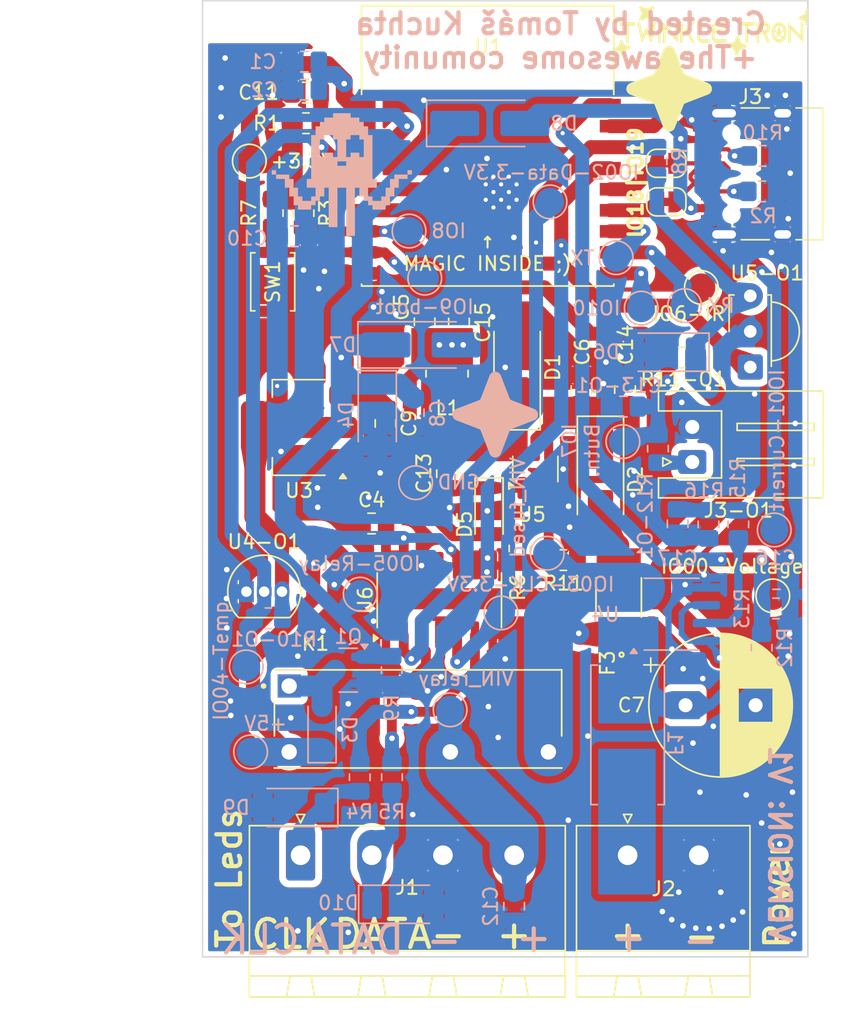
<source format=kicad_pcb>
(kicad_pcb (version 20240108) (generator "pcbnew") (generator_version "8.0")
  (title_block (date "2024-13-09") (company "Drawn by Tomáš Kuchta") (comment 4 "V1"))
  (layers (0 "F.Cu" signal) (31 "B.Cu" signal) (34 "B.Paste" user) (35 "F.Paste" user) (36 "B.SilkS" user "B.Silkscreen") (37 "F.SilkS" user "F.Silkscreen") (38 "B.Mask" user) (39 "F.Mask" user) (44 "Edge.Cuts" user))
  (net 0 "")
  (net 1 "GND")
  (net 2 "+3.3V")
  (net 3 "+5V")
  (net 4 "Net-(D5-A)")
  (net 5 "Net-(D2-K)")
  (net 6 "VIN_Fused")
  (net 7 "Net-(C7-Pad1)")
  (net 8 "VIN_relay")
  (net 9 "Net-(D3-A)")
  (net 10 "+VIN")
  (net 11 "Net-(J3-O1-Pin_1)")
  (net 12 "Net-(U1-EN)")
  (net 13 "Net-(D5-K)")
  (net 14 "Net-(D1-K)")
  (net 15 "IO00-Voltage")
  (net 16 "IO01-Current")
  (net 17 "Net-(R4-Pad1)")
  (net 18 "DATA-5V")
  (net 19 "CLK-5V")
  (net 20 "Net-(R5-Pad2)")
  (net 21 "Net-(D2-A)")
  (net 23 "Net-(USB1-A)")
  (net 24 "USB_5V")
  (net 25 "Net-(USB2-A)")
  (net 26 "Net-(J3-CC2)")
  (net 27 "Net-(J3-CC1)")
  (net 29 "IO18{slash}USB_D-")
  (net 30 "IO19{slash}USB_D+")
  (net 31 "IO05-Relay")
  (net 32 "IO8")
  (net 33 "Net-(U5-V_{FB})")
  (net 34 "IO9-boot")
  (net 35 "IO02-Data-3.3V")
  (net 36 "IO04-Temperature")
  (net 37 "Net-(U4-VIOUT)")
  (net 38 "RX")
  (net 39 "IO07-Button")
  (net 40 "IO10")
  (net 41 "IO03-CLK-3.3V")
  (net 42 "TX")
  (net 44 "IO6-IR")
  (footprint "Capacitor_SMD:C_0805_2012Metric_Pad1.18x1.45mm_HandSolder" (layer "F.Cu") (at 143 94.3875 90)
    (property "Reference" "C13")
    (property "Value" "100nF")
  )
  (footprint "Resistor_SMD:R_0805_2012Metric_Pad1.20x1.40mm_HandSolder" (layer "F.Cu") (at 132.93 69.39)
    (property "Reference" "R1")
    (property "Value" "10k")
  )
  (footprint "OptoDevice:Vishay_MINICAST-3Pin" (layer "F.Cu") (at 164.64 86.78 90)
    (property "Reference" "U5-O1")
    (property "Value" "TSOP38238")
  )
  (footprint "Capacitor_SMD:C_0805_2012Metric_Pad1.18x1.45mm_HandSolder" (layer "F.Cu") (at 138.61 90.8 -90)
    (property "Reference" "C9")
    (property "Value" "10uF")
  )
  (footprint "Capacitor_SMD:C_0805_2012Metric_Pad1.18x1.45mm_HandSolder" (layer "F.Cu") (at 152.6 88.3875 90)
    (property "Reference" "C6")
    (property "Value" "10uF")
  )
  (footprint "Resistor_SMD:R_0805_2012Metric_Pad1.20x1.40mm_HandSolder" (layer "F.Cu") (at 159.75 86.1 180)
    (property "Reference" "R11-O1")
    (property "Value" "10k")
  )
  (footprint "TestPoint:TestPoint_Pad_D2.0mm" (layer "F.Cu") (at 166.25 103.1)
    (property "Reference" "TP2")
    (property "Value" "IO00-Voltage")
  )
  (footprint "footprints:ESP32-C3-WROOM-02" (layer "F.Cu") (at 145.9 71)
    (property "Reference" "U1")
    (property "Value" "ESP32-C3-WROOM-02")
  )
  (footprint "Resistor_SMD:R_0805_2012Metric_Pad1.20x1.40mm_HandSolder" (layer "F.Cu") (at 151.3 100.55)
    (property "Reference" "R11")
    (property "Value" "10k")
  )
  (footprint "footprints:logo" (layer "F.Cu") (at 161.828307 62.677282)
    (property "Reference" "G***" (hide yes))
    (property "Value" "LOGO" (hide yes))
  )
  (footprint "footprints:RELAY_HF46F_005-HS1" (layer "F.Cu") (at 140.93 111.88)
    (property "Reference" "K1")
    (property "Value" "HF46F-G/5-HS1")
  )
  (footprint "Package_TO_SOT_SMD:SOT-223-3_TabPin2" (layer "F.Cu") (at 132.44 91.09 180)
    (property "Reference" "U3")
    (property "Value" "AMS1117-3.3")
  )
  (footprint "Capacitor_SMD:C_0805_2012Metric_Pad1.18x1.45mm_HandSolder" (layer "F.Cu") (at 155.7 88.3875 90)
    (property "Reference" "C14")
    (property "Value" "10uF")
  )
  (footprint "Resistor_SMD:R_0805_2012Metric_Pad1.20x1.40mm_HandSolder" (layer "F.Cu") (at 130.56 75.8 -90)
    (property "Reference" "R7")
    (property "Value" "10k")
  )
  (footprint "Package_TO_SOT_SMD:SOT-23-6_Handsoldering" (layer "F.Cu") (at 149.3 94.05 90)
    (property "Reference" "U5")
    (property "Value" "MCP16331T-E/CH")
  )
  (footprint "Connector_Phoenix_MSTB:PhoenixContact_MSTBA_2,5_4-G-5,08_1x04_P5.08mm_Horizontal" (layer "F.Cu") (at 132.5475 121.6)
    (property "Reference" "J1")
    (property "Value" "To leds")
  )
  (footprint "Package_TO_SOT_THT:TO-92_Inline" (layer "F.Cu") (at 128.68 102.8)
    (property "Reference" "U4-O1")
    (property "Value" "DS18B20")
  )
  (footprint "Jumper:SolderJumper-2_P1.3mm_Bridged_RoundedPad1.0x1.5mm" (layer "F.Cu") (at 158.64 72.25 180)
    (property "Reference" "USB2")
    (property "Value" "Jumper_2_Small_Bridged" (hide yes))
  )
  (footprint "Resistor_SMD:R_0805_2012Metric_Pad1.20x1.40mm_HandSolder" (layer "F.Cu") (at 148.17 99.72 -90)
    (property "Reference" "R6")
    (property "Value" "52.3k")
  )
  (footprint "Capacitor_SMD:C_0805_2012Metric_Pad1.18x1.45mm_HandSolder" (layer "F.Cu") (at 137.6125 97.94)
    (property "Reference" "C4")
    (property "Value" "100nF")
  )
  (footprint "Capacitor_SMD:C_0805_2012Metric_Pad1.18x1.45mm_HandSolder" (layer "F.Cu") (at 141.4 83.55 90)
    (property "Reference" "C5")
    (property "Value" "10uF")
  )
  (footprint "footprints:IND_VLS3012HBX-220M" (layer "F.Cu") (at 143 87.25 90)
    (property "Reference" "L1")
    (property "Value" "22 µH")
  )
  (footprint "TestPoint:TestPoint_Pad_D2.0mm" (layer "F.Cu") (at 128.89 72.09)
    (property "Reference" "TP16" (hide yes))
    (property "Value" "+3.3V")
  )
  (footprint "Resistor_SMD:R_0805_2012Metric_Pad1.20x1.40mm_HandSolder" (layer "F.Cu") (at 132.76 75.8 -90)
    (property "Reference" "R3")
    (property "Value" "10k")
  )
  (footprint "Connector_USB:USB_C_Receptacle_HRO_TYPE-C-31-M-12" (layer "F.Cu") (at 165.9 73 90)
    (property "Reference" "J3")
    (property "Value" "USB_C_Rec._16P")
  )
  (footprint "TestPoint:TestPoint_Pad_D2.0mm" (layer "F.Cu") (at 161.15 81.1 90)
    (property "Reference" "TP7" (hide yes))
    (property "Value" "IO6-IR")
  )
  (footprint "Package_SO:SOIC-14_3.9x8.7mm_P1.27mm" (layer "F.Cu") (at 142.45 103.415 90)
    (property "Reference" "U6")
    (property "Value" "SN74AHCT125DR")
  )
  (footprint "Connector_Phoenix_MSTB:PhoenixContact_MSTBA_2,5_2-G-5,08_1x02_P5.08mm_Horizontal" (layer "F.Cu") (at 155.8875 121.6)
    (property "Reference" "J2")
    (property "Value" "Power")
  )
  (footprint "Capacitor_THT:CP_Radial_D10.0mm_P5.00mm" (layer "F.Cu") (at 160.02 110.9)
    (property "Reference" "C7")
    (property "Value" "1000uF")
  )
  (footprint "Diode_SMD:D_SMA_Handsoldering" (layer "F.Cu") (at 148 86.75 90)
    (property "Reference" "D1")
    (property "Value" "SSA34")
  )
  (footprint "Diode_SMD:D_SMA_Handsoldering" (layer "F.Cu") (at 153.95 94.8 -90)
    (property "Reference" "D2")
    (property "Value" "SSA34")
  )
  (footprint "Diode_SMD:D_SOD-123" (layer "F.Cu") (at 146 97.05 -90)
    (property "Reference" "D5")
    (property "Value" "1N4148")
  )
  (footprint "Connector_JST:JST_XH_S2B-XH-A_1x02_P2.50mm_Horizontal" (layer "F.Cu") (at 160.5 93.55 90)
    (property "Reference" "J3-O1")
    (property "Value" "Button")
  )
  (footprint "Capacitor_SMD:C_0805_2012Metric_Pad1.18x1.45mm_HandSolder" (layer "F.Cu") (at 132.9475 67.2)
    (property "Reference" "C11")
    (property "Value" "0.22uF")
  )
  (footprint "footprints:FUSE_1812L200_12DR" (layer "F.Cu") (at 155.25 103.215 90)
    (property "Reference" "F3")
    (property "Value" "1812L050/60MR")
  )
  (footprint "Jumper:SolderJumper-2_P1.3mm_Bridged_RoundedPad1.0x1.5mm" (layer "F.Cu") (at 158.65 75 180)
    (property "Reference" "USB1")
    (property "Value" "Jumper_2_Small_Bridged" (hide yes))
  )
  (footprint "Button_Switch_SMD:SW_Push_SPST_NO_Alps_SKRK" (layer "F.Cu") (at 130.56 80.7 90)
    (property "Reference" "SW1")
    (property "Value" "SW_Push-boot")
  )
  (footprint "Capacitor_SMD:C_0805_2012Metric_Pad1.18x1.45mm_HandSolder" (layer "F.Cu") (at 143.85 83.5625 90)
    (property "Reference" "C15")
    (property "Value" "10uF")
  )
  (footprint "TestPoint:TestPoint_Pad_D2.0mm" (layer "B.Cu") (at 140.76 95.03 180)
    (property "Reference" "TP18" (hide yes))
    (property "Value" "GND")
  )
  (footprint "Capacitor_SMD:C_0805_2012Metric_Pad1.18x1.45mm_HandSolder" (layer "B.Cu") (at 159.4575 97.9625 -90)
    (property "Reference" "C17")
    (property "Value" "100nF")
  )
  (footprint "Diode_SMD:D_SOD-128" (layer "B.Cu") (at 138.02 90.2 -90)
    (property "Reference" "D4")
    (property "Value" "PDZVTR5.1B")
  )
  (footprint "Diode_SMD:D_SOD-128" (layer "B.Cu") (at 132.05 118.2 180)
    (property "Reference" "D9")
    (property "Value" "PDZVTR5.1B")
  )
  (footprint "TestPoint:TestPoint_Pad_D2.0mm" (layer "B.Cu") (at 146.850707 104.319293 180)
    (property "Reference" "TP13" (hide yes))
    (property "Value" "IO03-CLK-3.3V")
  )
  (footprint "TestPoint:TestPoint_Pad_D2.0mm" (layer "B.Cu") (at 166.35 98.4 180)
    (property "Reference" "TP1" (hide yes))
    (property "Value" "IO01-Current")
  )
  (footprint "Diode_SMD:D_SMA_Handsoldering" (layer "B.Cu") (at 141.15 85.2)
    (property "Reference" "D7")
    (property "Value" "SSA34")
  )
  (footprint "Resistor_SMD:R_0805_2012Metric_Pad1.20x1.40mm_HandSolder" (layer "B.Cu") (at 165.45 106.8 90)
    (property "Reference" "R12")
    (property "Value" "220k" (hide yes))
  )
  (footprint "Resistor_SMD:R_0805_2012Metric_Pad1.20x1.40mm_HandSolder" (layer "B.Cu") (at 163.7875 98 90)
    (property "Reference" "R15")
    (property "Value" "51k")
  )
  (footprint "TestPoint:TestPoint_Pad_D2.0mm" (layer "B.Cu") (at 155.55 92.1 -90)
    (property "Reference" "TP5" (hide yes))
    (property "Value" "IO07-Button" (hide yes))
  )
  (footprint "Diode_SMD:D_SOD-128" (layer "B.Cu") (at 158.5375 85.72 180)
    (property "Reference" "D6")
    (property "Value" "PDZVTR5.1B")
  )
  (footprint "Diode_SMD:D_SOD-123" (layer "B.Cu") (at 134.08 112.64 90)
    (property "Reference" "D3")
    (property "Value" "1N4148")
  )
  (footprint "Capacitor_SMD:C_0805_2012Metric_Pad1.18x1.45mm_HandSolder" (layer "B.Cu") (at 132.8125 65)
    (property "Reference" "C1")
    (property "Value" "100nF")
  )
  (footprint "Resistor_SMD:R_0805_2012Metric_Pad1.20x1.40mm_HandSolder" (layer "B.Cu") (at 157.95 72.1 90)
    (property "Reference" "R8")
    (property "Value" "10k")
  )
  (footprint "TestPoint:TestPoint_Pad_D2.0mm" (layer "B.Cu") (at 143.22 111.23 180)
    (property "Reference" "TP20")
    (property "Value" "VIN_relay")
  )
  (footprint "Package_SO:SOIC-8_3.9x4.9mm_P1.27mm" (layer "B.Cu") (at 159.025 104.405)
    (property "Reference" "U4")
    (property "Value" "ACS722xLCTR-10AB")
  )
  (footprint "Resistor_SMD:R_0805_2012Metric_Pad1.20x1.40mm_HandSolder" (layer "B.Cu") (at 130.25 104.7 180)
    (property "Reference" "R10-O1")
    (property "Value" "4.7k")
  )
  (footprint "Resistor_SMD:R_0805_2012Metric_Pad1.20x1.40mm_HandSolder" (layer "B.Cu") (at 161.6575 98 -90)
    (property "Reference" "R16")
    (property "Value" "39k")
  )
  (footprint "TestPoint:TestPoint_Pad_D2.0mm" (layer "B.Cu") (at 155.07 78.98 180)
    (property "Reference" "TP15")
    (property "Value" "TX")
  )
  (footprint "Capacitor_SMD:C_0805_2012Metric_Pad1.18x1.45mm_HandSolder" (layer "B.Cu") (at 166.5125 101.9)
    (property "Reference" "C16")
    (property "Value" "100nF")
  )
  (footprint "Resistor_SMD:R_0805_2012Metric_Pad1.20x1.40mm_HandSolder" (layer "B.Cu") (at 166.475 104)
    (property "Reference" "R13")
    (property "Value" "10k")
  )
  (footprint "TestPoint:TestPoint_Pad_D2.0mm" (layer "B.Cu") (at 141.41 80.44 180)
    (property "Reference" "TP9" (hide yes))
    (property "Value" "IO9-boot")
  )
  (footprint "footprints:akemi" (layer "B.Cu") (at 135.49 73.05 180)
    (property "Reference" "G***" (hide yes))
    (property "Value" "LOGO" (hide yes))
  )
  (footprint "Package_TO_SOT_SMD:SOT-23" (layer "B.Cu") (at 135.95 108.4 180)
    (property "Reference" "Q1")
    (property "Value" "2N7002")
  )
  (footprint "Capacitor_SMD:C_0805_2012Metric_Pad1.18x1.45mm_HandSolder" (layer "B.Cu") (at 140.62 90.0375 -90)
    (property "Reference" "C8")
    (property "Value" "100nF" (hide yes))
  )
  (footprint "Resistor_SMD:R_0805_2012Metric_Pad1.20x1.40mm_HandSolder" (layer "B.Cu") (at 139.07 116.03 90)
    (property "Reference" "R5")
    (property "Value" "100R")
  )
  (footprint "Fuse:Fuseholder_Littelfuse_Nano2_154x" (layer "B.Cu") (at 155.8875 113.015 90)
    (property "Reference" "F1")
    (property "Value" "10A")
  )
  (footprint "Resistor_SMD:R_0805_2012Metric_Pad1.20x1.40mm_HandSolder" (layer "B.Cu") (at 158.05 92.6 -90)
    (property "Reference" "R12-O1")
    (property "Value" "1k")
  )
  (footprint "Resistor_SMD:R_0805_2012Metric_Pad1.20x1.40mm_HandSolder" (layer "B.Cu") (at 165.49 74.25 180)
    (property "Reference" "R2")
    (property "Value" "5k1")
  )
  (footprint "TestPoint:TestPoint_Pad_D2.0mm" (layer "B.Cu") (at 150.15 100.06 180)
    (property "Reference" "TP19" (hide yes))
    (property "Value" "VIN_fused")
  )
  (footprint "Capacitor_SMD:C_0805_2012Metric_Pad1.18x1.45mm_HandSolder" (layer "B.Cu") (at 132.1025 77.45)
    (property "Reference" "C10")
    (property "Value" "10uF")
  )
  (footprint "TestPoint:TestPoint_Pad_D2.0mm" (layer "B.Cu") (at 150.35 75 180)
    (property "Reference" "TP3" (hide yes))
    (property "Value" "IO02-Data-3.3V")
  )
  (footprint "Resistor_SMD:R_0805_2012Metric_Pad1.20x1.40mm_HandSolder" (layer "B.Cu") (at 139.05 108.4 -90)
    (property "Reference" "R9")
    (property "Value" "10k")
  )
  (footprint "Capacitor_SMD:C_0805_2012Metric_Pad1.18x1.45mm_HandSolder" (layer "B.Cu") (at 147.7875 125.2375 -90)
    (property "Reference" "C12")
    (property "Value" "100nF")
  )
  (footprint "Resistor_SMD:R_0805_2012Metric_Pad1.20x1.40mm_HandSolder" (layer "B.Cu") (at 165.53 71.72 180)
    (property "Reference" "R10")
    (property "Value" "5k1")
  )
  (footprint "TestPoint:TestPoint_Pad_D2.0mm" (layer "B.Cu") (at 159.95 82.4 180)
    (property "Reference" "TP6")
    (property "Value" "RX")
  )
  (footprint "TestPoint:TestPoint_Pad_D2.0mm" (layer "B.Cu") (at 128.98 114.23 180)
    (property "Reference" "TP17" (hide yes))
    (property "Value" "+5V")
  )
  (footprint "TestPoint:TestPoint_Pad_D2.0mm" (layer "B.Cu") (at 136.8 102.98 180)
    (property "Reference" "TP14" (hide yes))
    (property "Value" "IO05-Relay")
  )
  (footprint "Diode_SMD:D_SMA_Handsoldering" (layer "B.Cu") (at 146.05 69.4)
    (property "Reference" "D8")
    (property "Value" "SSA34")
  )
  (footprint "TestPoint:TestPoint_Pad_D2.0mm" (layer "B.Cu") (at 140.29 77.08 180)
    (property "Reference" "TP8" (hide yes))
    (property "Value" "IO8")
  )
  (footprint "Resistor_SMD:R_0805_2012Metric_Pad1.20x1.40mm_HandSolder" (layer "B.Cu") (at 136.77 116.04 -90)
    (property "Reference" "R4")
    (property "Value" "100R")
  )
  (footprint "Capacitor_SMD:C_0805_2012Metric_Pad1.18x1.45mm_HandSolder" (layer "B.Cu") (at 155.5875 89.6 180)
    (property "Reference" "C13-O1")
    (property "Value" "100nF")
  )
  (footprint "Diode_SMD:D_SOD-128" (layer "B.Cu") (at 139.85 125.1)
    (property "Reference" "D10")
    (property "Value" "PDZVTR5.1B")
  )
  (footprint "TestPoint:TestPoint_Pad_D2.0mm" (layer "B.Cu") (at 156.86 82.58 180)
    (property "Reference" "TP10")
    (property "Value" "IO10")
  )
  (footprint "TestPoint:TestPoint_Pad_D2.0mm" (layer "B.Cu") (at 128.67 108.17 180)
    (property "Reference" "TP4" (hide yes))
    (property "Value" "IO04-Temperature")
  )
  (footprint "Capacitor_SMD:C_0805_2012Metric_Pad1.18x1.45mm_HandSolder" (layer "B.Cu") (at 132.8125 67)
    (property "Reference" "C2")
    (property "Value" "10uF")
  )
  (gr_rect (start 144.7 99.96) (end 146.45 101.82) (stroke (width 0.2)) (fill solid) (layer "F.Cu") (net 1))
  (gr_rect (start 141.25 87.8) (end 148.65 93.4) (stroke (width 0.2)) (fill solid) (layer "F.Cu") (net 14))
  (gr_rect (start 149.95 89) (end 156.65 91.1) (stroke (width 0.2)) (fill solid) (layer "F.Cu") (net 5))
  (gr_rect (start 160.65 68) (end 162.45 69.9) (stroke (width 0.2)) (fill solid) (layer "F.Cu") (net 1))
  (gr_rect (start 138.45 99.96) (end 140.2 101.82) (stroke (width 0.2)) (fill solid) (layer "F.Cu") (net 3))
  (gr_rect (start 140.55 84.1) (end 144.75 86.7) (stroke (width 0.2)) (fill solid) (layer "F.Cu") (net 4))
  (gr_rect (start 145.35 72.8) (end 148.25 75.8) (stroke (width 0.2)) (fill solid) (layer "F.Cu") (net 1))
  (gr_rect (start 153.8875 114.1) (end 157.7875 124.3) (stroke (width 0.2)) (fill solid) (layer "B.Cu") (net 10))
  (gr_rect (start 145.15 72.8) (end 148.25 76) (stroke (width 0.2)) (fill solid) (layer "B.Cu") (net 1))
  (gr_poly (pts (xy 131.06 98.16) (xy 133.38 100.49) (xy 135.52 98.57) (xy 133.61 98.21)) (stroke (width 0.2)) (fill solid) (layer "B.Cu") (net 3))
  (gr_rect (start 153.8875 104.7) (end 157.9875 112.1) (stroke (width 0.2)) (fill solid) (layer "B.Cu") (net 7))
  (gr_poly (pts (xy 146.417002 87.116564) (xy 146.38078 87.119846) (xy 146.345256 87.126084) (xy 146.31058 87.135174) (xy 146.276914 87.147024) (xy 146.244414 87.161538) (xy 146.213244 87.178616) (xy 146.183566 87.19817) (xy 146.15553 87.220094) (xy 146.129304 87.244304) (xy 146.10504 87.270696) (xy 146.082906 87.299174) (xy 146.063056 87.329646) (xy 146.04565 87.362012) (xy 146.03791 87.378876) (xy 146.030844 87.39618) (xy 145.407648 89.016098) (xy 145.40322 89.026776) (xy 145.398262 89.037156) (xy 145.392784 89.047218) (xy 145.386804 89.056944) (xy 145.380346 89.066324) (xy 145.373416 89.075334) (xy 145.366038 89.083962) (xy 145.35823 89.092188) (xy 145.35 89.1) (xy 145.341376 89.107376) (xy 145.332364 89.1143) (xy 145.322988 89.120762) (xy 145.31326 89.126742) (xy 145.303198 89.13222) (xy 145.29282 89.137182) (xy 145.28214 89.14161) (xy 143.662222 89.764802) (xy 143.646594 89.771172) (xy 143.631318 89.77809) (xy 143.616396 89.78555) (xy 143.601838 89.793536) (xy 143.587656 89.802036) (xy 143.57386 89.81103) (xy 143.560458 89.820506) (xy 143.547462 89.830452) (xy 143.53488 89.84085) (xy 143.522722 89.851686) (xy 143.511 89.862948) (xy 143.49972 89.874618) (xy 143.488896 89.886686) (xy 143.478534 89.899136) (xy 143.468652 89.911956) (xy 143.459248 89.925126) (xy 143.450338 89.938634) (xy 143.441932 89.952468) (xy 143.434042 89.966612) (xy 143.42667 89.981054) (xy 143.419836 89.995776) (xy 143.413542 90.010764) (xy 143.4078 90.026004) (xy 143.402622 90.041484) (xy 143.398014 90.057186) (xy 143.393988 90.073098) (xy 143.390556 90.089204) (xy 143.38773 90.105494) (xy 143.38551 90.12195) (xy 143.383914 90.138554) (xy 143.382948 90.1553) (xy 143.382624 90.17217) (xy 143.383914 90.205778) (xy 143.38773 90.23884) (xy 143.393988 90.271234) (xy 143.402622 90.302848) (xy 143.413542 90.333568) (xy 143.42667 90.363278) (xy 143.441932 90.391864) (xy 143.459248 90.419206) (xy 143.478534 90.445196) (xy 143.49972 90.469714) (xy 143.522722 90.49265) (xy 143.547462 90.51388) (xy 143.57386 90.533302) (xy 143.601838 90.550796) (xy 143.631318 90.566242) (xy 143.662222 90.579532) (xy 145.28214 91.202722) (xy 145.29282 91.20715) (xy 145.303198 91.212116) (xy 145.31326 91.217594) (xy 145.322986 91.22357) (xy 145.332364 91.230032) (xy 145.341376 91.236958) (xy 145.35 91.244336) (xy 145.35823 91.252148) (xy 145.366038 91.260374) (xy 145.373416 91.269002) (xy 145.380342 91.27801) (xy 145.386804 91.287388) (xy 145.392784 91.297118) (xy 145.398262 91.307176) (xy 145.40322 91.317556) (xy 145.407648 91.328236) (xy 146.030844 92.948156) (xy 146.037202 92.963792) (xy 146.044114 92.979082) (xy 146.051566 92.99402) (xy 146.059546 93.008588) (xy 146.068036 93.022786) (xy 146.07702 93.036592) (xy 146.086492 93.050006) (xy 146.096434 93.06302) (xy 146.106822 93.07561) (xy 146.117658 93.087782) (xy 146.128918 93.09952) (xy 146.14059 93.11081) (xy 146.152654 93.121646) (xy 146.165106 93.13202) (xy 146.177922 93.14192) (xy 146.191092 93.151334) (xy 146.204602 93.160252) (xy 146.21844 93.16867) (xy 146.232582 93.176576) (xy 146.247028 93.183952) (xy 146.261752 93.190802) (xy 146.27674 93.197108) (xy 146.291986 93.202856) (xy 146.307472 93.208042) (xy 146.32318 93.21266) (xy 146.339098 93.216694) (xy 146.35521 93.220132) (xy 146.371504 93.22297) (xy 146.387968 93.225196) (xy 146.404582 93.226802) (xy 146.421334 93.22777) (xy 146.438208 93.2281) (xy 146.471834 93.226802) (xy 146.50491 93.22297) (xy 146.537318 93.216694) (xy 146.568944 93.208042) (xy 146.59967 93.197108) (xy 146.629388 93.183952) (xy 146.657976 93.16867) (xy 146.685324 93.151334) (xy 146.71131 93.13202) (xy 146.735826 93.11081) (xy 146.758754 93.087782) (xy 146.779982 93.06302) (xy 146.799396 93.036592) (xy 146.81687 93.008588) (xy 146.832302 92.979082) (xy 146.845572 92.948156) (xy 147.468764 91.328236) (xy 147.473196 91.317556) (xy 147.478154 91.307176) (xy 147.483632 91.297118) (xy 147.489612 91.287388) (xy 147.49607 91.27801) (xy 147.503 91.269002) (xy 147.510378 91.260374) (xy 147.518186 91.252148) (xy 147.526416 91.244336) (xy 147.53504 91.236958) (xy 147.544052 91.230032) (xy 147.55343 91.22357) (xy 147.563156 91.217594) (xy 147.573218 91.212116) (xy 147.583596 91.20715) (xy 147.594276 91.202722) (xy 149.214194 90.579532) (xy 149.229822 90.573164) (xy 149.245098 90.566242) (xy 149.26002 90.558782) (xy 149.274578 90.550796) (xy 149.28876 90.542296) (xy 149.302556 90.533302) (xy 149.315958 90.523828) (xy 149.328954 90.51388) (xy 149.341536 90.503486) (xy 149.353694 90.49265) (xy 149.365416 90.481384) (xy 149.376696 90.469714) (xy 149.38752 90.457646) (xy 149.397882 90.445196) (xy 149.407764 90.432376) (xy 149.417168 90.419206) (xy 149.426078 90.405698) (xy 149.434484 90.391864) (xy 149.442374 90.37772) (xy 149.449746 90.363278) (xy 149.45658 90.348556) (xy 149.462874 90.333568) (xy 149.468616 90.318328) (xy 149.473794 90.302848) (xy 149.478402 90.287146) (xy 149.482428 90.271234) (xy 149.48586 90.255128) (xy 149.488686 90.23884) (xy 149.490906 90.222386) (xy 149.492502 90.205778) (xy 149.493468 90.189032) (xy 149.493792 90.17217) (xy 149.492502 90.138554) (xy 149.488686 90.105494) (xy 149.482428 90.073098) (xy 149.473794 90.041484) (xy 149.462874 90.010764) (xy 149.449746 89.981054) (xy 149.434484 89.952468) (xy 149.417168 89.925126) (xy 149.397882 89.899136) (xy 149.376696 89.874618) (xy 149.353694 89.851686) (xy 149.328954 89.830452) (xy 149.302556 89.81103) (xy 149.274578 89.793536) (xy 149.245098 89.77809) (xy 149.214194 89.764802) (xy 147.594276 89.14161) (xy 147.583596 89.137182) (xy 147.573218 89.13222) (xy 147.563156 89.126742) (xy 147.553428 89.120762) (xy 147.544052 89.1143) (xy 147.53504 89.107376) (xy 147.526416 89.1) (xy 147.518186 89.092188) (xy 147.510378 89.083962) (xy 147.502998 89.075334) (xy 147.49607 89.066324) (xy 147.489608 89.056944) (xy 147.483632 89.047218) (xy 147.478154 89.037156) (xy 147.473192 89.026776) (xy 147.468764 89.016098) (xy 146.850212 87.407636) (xy 146.838492 87.37911) (xy 146.82497 87.35168) (xy 146.809716 87.325416) (xy 146.792816 87.300378) (xy 146.774354 87.276636) (xy 146.754404 87.254246) (xy 146.73305 87.233282) (xy 146.71037 87.213806) (xy 146.686446 87.195878) (xy 146.661356 87.179568) (xy 146.635184 87.164936) (xy 146.608004 87.152048) (xy 146.579904 87.140972) (xy 146.55096 87.131768) (xy 146.521254 87.124496) (xy 146.490864 87.119234) (xy 146.47227 87.117384) (xy 146.453742 87.116328)) (fill solid) (layer "B.SilkS"))
  (gr_poly (pts (xy 158.870646 63.880466) (xy 158.906868 63.883748) (xy 158.942392 63.889986) (xy 158.977068 63.899076) (xy 159.010734 63.910926) (xy 159.043234 63.92544) (xy 159.074404 63.942518) (xy 159.104082 63.962072) (xy 159.132118 63.983996) (xy 159.158344 64.008206) (xy 159.182608 64.034598) (xy 159.204742 64.063076) (xy 159.224592 64.093548) (xy 159.241998 64.125914) (xy 159.249738 64.142778) (xy 159.256804 64.160082) (xy 159.88 65.78) (xy 159.884428 65.790678) (xy 159.889386 65.801058) (xy 159.894864 65.81112) (xy 159.900844 65.820846) (xy 159.907302 65.830226) (xy 159.914232 65.839236) (xy 159.92161 65.847864) (xy 159.929418 65.85609) (xy 159.937648 65.863902) (xy 159.946272 65.871278) (xy 159.955284 65.878202) (xy 159.96466 65.884664) (xy 159.974388 65.890644) (xy 159.98445 65.896122) (xy 159.994828 65.901084) (xy 160.005508 65.905512) (xy 161.625426 66.528704) (xy 161.641054 66.535074) (xy 161.65633 66.541992) (xy 161.671252 66.549452) (xy 161.68581 66.557438) (xy 161.699992 66.565938) (xy 161.713788 66.574932) (xy 161.72719 66.584408) (xy 161.740186 66.594354) (xy 161.752768 66.604752) (xy 161.764926 66.615588) (xy 161.776648 66.62685) (xy 161.787928 66.63852) (xy 161.798752 66.650588) (xy 161.809114 66.663038) (xy 161.818996 66.675858) (xy 161.8284 66.689028) (xy 161.83731 66.702536) (xy 161.845716 66.71637) (xy 161.853606 66.730514) (xy 161.860978 66.744956) (xy 161.867812 66.759678) (xy 161.874106 66.774666) (xy 161.879848 66.789906) (xy 161.885026 66.805386) (xy 161.889634 66.821088) (xy 161.89366 66.837) (xy 161.897092 66.853106) (xy 161.899918 66.869396) (xy 161.902138 66.885852) (xy 161.903734 66.902456) (xy 161.9047 66.919202) (xy 161.905024 66.936072) (xy 161.903734 66.96968) (xy 161.899918 67.002742) (xy 161.89366 67.035136) (xy 161.885026 67.06675) (xy 161.874106 67.09747) (xy 161.860978 67.12718) (xy 161.845716 67.155766) (xy 161.8284 67.183108) (xy 161.809114 67.209098) (xy 161.787928 67.233616) (xy 161.764926 67.256552) (xy 161.740186 67.277782) (xy 161.713788 67.297204) (xy 161.68581 67.314698) (xy 161.65633 67.330144) (xy 161.625426 67.343434) (xy 160.005508 67.966624) (xy 159.994828 67.971052) (xy 159.98445 67.976018) (xy 159.974388 67.981496) (xy 159.964662 67.987472) (xy 159.955284 67.993934) (xy 159.946272 68.00086) (xy 159.937648 68.008238) (xy 159.929418 68.01605) (xy 159.92161 68.024276) (xy 159.914232 68.032904) (xy 159.907306 68.041912) (xy 159.900844 68.05129) (xy 159.894864 68.06102) (xy 159.889386 68.071078) (xy 159.884428 68.081458) (xy 159.88 68.092138) (xy 159.256804 69.712058) (xy 159.250446 69.727694) (xy 159.243534 69.742984) (xy 159.236082 69.757922) (xy 159.228102 69.77249) (xy 159.219612 69.786688) (xy 159.210628 69.800494) (xy 159.201156 69.813908) (xy 159.191214 69.826922) (xy 159.180826 69.839512) (xy 159.16999 69.851684) (xy 159.15873 69.863422) (xy 159.147058 69.874712) (xy 159.134994 69.885548) (xy 159.122542 69.895922) (xy 159.109726 69.905822) (xy 159.096556 69.915236) (xy 159.083046 69.924154) (xy 159.069208 69.932572) (xy 159.055066 69.940478) (xy 159.04062 69.947854) (xy 159.025896 69.954704) (xy 159.010908 69.96101) (xy 158.995662 69.966758) (xy 158.980176 69.971944) (xy 158.964468 69.976562) (xy 158.94855 69.980596) (xy 158.932438 69.984034) (xy 158.916144 69.986872) (xy 158.89968 69.989098) (xy 158.883066 69.990704) (xy 158.866314 69.991672) (xy 158.84944 69.992002) (xy 158.815814 69.990704) (xy 158.782738 69.986872) (xy 158.75033 69.980596) (xy 158.718704 69.971944) (xy 158.687978 69.96101) (xy 158.65826 69.947854) (xy 158.629672 69.932572) (xy 158.602324 69.915236) (xy 158.576338 69.895922) (xy 158.551822 69.874712) (xy 158.528894 69.851684) (xy 158.507666 69.826922) (xy 158.488252 69.800494) (xy 158.470778 69.77249) (xy 158.455346 69.742984) (xy 158.442076 69.712058) (xy 157.818884 68.092138) (xy 157.814452 68.081458) (xy 157.809494 68.071078) (xy 157.804016 68.06102) (xy 157.798036 68.05129) (xy 157.791578 68.041912) (xy 157.784648 68.032904) (xy 157.77727 68.024276) (xy 157.769462 68.01605) (xy 157.761232 68.008238) (xy 157.752608 68.00086) (xy 157.743596 67.993934) (xy 157.734218 67.987472) (xy 157.724492 67.981496) (xy 157.71443 67.976018) (xy 157.704052 67.971052) (xy 157.693372 67.966624) (xy 156.073454 67.343434) (xy 156.057826 67.337066) (xy 156.04255 67.330144) (xy 156.027628 67.322684) (xy 156.01307 67.314698) (xy 155.998888 67.306198) (xy 155.985092 67.297204) (xy 155.97169 67.28773) (xy 155.958694 67.277782) (xy 155.946112 67.267388) (xy 155.933954 67.256552) (xy 155.922232 67.245286) (xy 155.910952 67.233616) (xy 155.900128 67.221548) (xy 155.889766 67.209098) (xy 155.879884 67.196278) (xy 155.87048 67.183108) (xy 155.86157 67.1696) (xy 155.853164 67.155766) (xy 155.845274 67.141622) (xy 155.837902 67.12718) (xy 155.831068 67.112458) (xy 155.824774 67.09747) (xy 155.819032 67.08223) (xy 155.813854 67.06675) (xy 155.809246 67.051048) (xy 155.80522 67.035136) (xy 155.801788 67.01903) (xy 155.798962 67.002742) (xy 155.796742 66.986288) (xy 155.795146 66.96968) (xy 155.79418 66.952934) (xy 155.793856 66.936072) (xy 155.795146 66.902456) (xy 155.798962 66.869396) (xy 155.80522 66.837) (xy 155.813854 66.805386) (xy 155.824774 66.774666) (xy 155.837902 66.744956) (xy 155.853164 66.71637) (xy 155.87048 66.689028) (xy 155.889766 66.663038) (xy 155.910952 66.63852) (xy 155.933954 66.615588) (xy 155.958694 66.594354) (xy 155.985092 66.574932) (xy 156.01307 66.557438) (xy 156.04255 66.541992) (xy 156.073454 66.528704) (xy 157.693372 65.905512) (xy 157.704052 65.901084) (xy 157.71443 65.896122) (xy 157.724492 65.890644) (xy 157.73422 65.884664) (xy 157.743596 65.878202) (xy 157.752608 65.871278) (xy 157.761232 65.863902) (xy 157.769462 65.85609) (xy 157.77727 65.847864) (xy 157.78465 65.839236) (xy 157.791578 65.830226) (xy 157.79804 65.820846) (xy 157.804016 65.81112) (xy 157.809494 65.801058) (xy 157.814456 65.790678) (xy 157.818884 65.78) (xy 158.437436 64.171538) (xy 158.449156 64.143012) (xy 158.462678 64.115582) (xy 158.477932 64.089318) (xy 158.494832 64.06428) (xy 158.513294 64.040538) (xy 158.533244 64.018148) (xy 158.554598 63.997184) (xy 158.577278 63.977708) (xy 158.601202 63.95978) (xy 158.626292 63.94347) (xy 158.652464 63.928838) (xy 158.679644 63.91595) (xy 158.707744 63.904874) (xy 158.736688 63.89567) (xy 158.766394 63.888398) (xy 158.796784 63.883136) (xy 158.815378 63.881286) (xy 158.833906 63.88023)) (fill solid) (layer "F.SilkS"))
  (gr_rect (start 125.55 60.65) (end 168.75 128.85) (stroke (width 0.1)) (fill none) (layer "Edge.Cuts"))
  (gr_text "+" (at 154.55 128.6 0) (layer "B.SilkS") (effects (font (size 2 2) (thickness 0.3) (bold yes)) (justify left bottom)))
  (gr_text "+" (at 147.75 128.6 0) (layer "B.SilkS") (effects (font (size 2 2) (thickness 0.3) (bold yes)) (justify left bottom)))
  (gr_text "IO04-Temp." (at 127.45 112.1 90) (layer "B.SilkS") (effects (font (size 1 1)) (justify left bottom)))
  (gr_text "CLK" (at 126.65 128.8 0) (layer "B.SilkS") (effects (font (size 2 2) (thickness 0.3) (bold yes)) (justify right bottom mirror)))
  (gr_text "-" (at 159.65 128.8 0) (layer "B.SilkS") (effects (font (size 2 2) (thickness 0.3) (bold yes)) (justify left bottom)))
  (gr_text "DATA" (at 132.75 128.8 0) (layer "B.SilkS") (effects (font (size 2 2) (thickness 0.3) (bold yes)) (justify right bottom mirror)))
  (gr_text "Created by Tomáš Kuchta\n+The awesome comunity" (at 151.1 63.5 0) (layer "B.SilkS") (effects (font (size 1.5 1.5) (thickness 0.3)) (justify mirror)))
  (gr_text "IO7\nButn." (at 153.95 90.7 90) (layer "B.SilkS") (effects (font (size 1 1)) (justify left bottom mirror)))
  (gr_text "VERSION: V1" (at 165.85 128 -90) (layer "B.SilkS") (effects (font (size 1.5 1.5) (thickness 0.3) (bold yes)) (justify left bottom mirror)))
  (gr_text "-" (at 141.35 128.8 0) (layer "B.SilkS") (effects (font (size 2 2) (thickness 0.3) (bold yes)) (justify left bottom)))
  (gr_text "+" (at 154.45 128.4 0) (layer "F.SilkS") (effects (font (size 2 2) (thickness 0.3) (bold yes)) (justify left bottom)))
  (gr_text "-" (at 141.65 128.4 0) (layer "F.SilkS") (effects (font (size 2 2) (thickness 0.3) (bold yes)) (justify left bottom)))
  (gr_text "↑\nMAGIC INSIDE ;)" (at 145.89 78.6 0) (layer "F.SilkS") (effects (font (size 1 1))))
  (gr_text "Power" (at 167.55 128.4 90) (layer "F.SilkS") (effects (font (size 1.7 1.7) (thickness 0.3) (bold yes)) (justify left bottom)))
  (gr_text "-" (at 159.75 128.5 0) (layer "F.SilkS") (effects (font (size 2 2) (thickness 0.3) (bold yes)) (justify left bottom)))
  (gr_text "DATA" (at 134.75 128.4 0) (layer "F.SilkS") (effects (font (size 2 2) (thickness 0.3) (bold yes)) (justify left bottom)))
  (gr_text "IO18|IO19" (at 157.05 77.7 90) (layer "F.SilkS") (effects (font (size 1 1) (thickness 0.25) (bold yes)) (justify left bottom)))
  (gr_text "CLK" (at 128.85 128.4 0) (layer "F.SilkS") (effects (font (size 2 2) (thickness 0.3) (bold yes)) (justify left bottom)))
  (gr_text "+" (at 146.35 128.4 0) (layer "F.SilkS") (effects (font (size 2 2) (thickness 0.3) (bold yes)) (justify left bottom)))
  (gr_text "To Leds" (at 128.45 128.4 90) (layer "F.SilkS") (effects (font (size 1.7 1.7) (thickness 0.3) (bold yes)) (justify left bottom)))
  (segment (start 161.855 76.405) (end 162.77 77.32) (width 0.5) (layer "F.Cu") (net 1))
  (segment (start 151.75 99.1) (end 151.75 98.5) (width 1) (layer "F.Cu") (net 1))
  (segment (start 161.855 69.75) (end 161.855 69.595) (width 0.5) (layer "F.Cu") (net 1))
  (segment (start 137.0575 93.39) (end 138.61 91.8375) (width 1.5) (layer "F.Cu") (net 1))
  (segment (start 152.3 100.55) (end 152.3 99.65) (width 1) (layer "F.Cu") (net 1))
  (segment (start 161.855 69.595) (end 162.77 68.68) (width 0.5) (layer "F.Cu") (net 1))
  (segment (start 148.71 97.27) (end 149.3 96.68) (width 0.4) (layer "F.Cu") (net 1))
  (segment (start 151.75 98.5) (end 151.75 98.2) (width 1) (layer "F.Cu") (net 1))
  (segment (start 161.855 76.25) (end 161.855 76.405) (width 0.5) (layer "F.Cu") (net 1))
  (segment (start 135.59 93.39) (end 137.0575 93.39) (width 1.5) (layer "F.Cu") (net 1))
  (segment (start 149.3 96.68) (end 149.3 95.4) (width 0.4) (layer "F.Cu") (net 1))
  (segment (start 152.3 99.65) (end 151.75 99.1) (width 1) (layer "F.Cu") (net 1))
  (via (at 147.77 77.53) (size 0.8) (drill 0.4) (layers "F.Cu" "B.Cu") (net 1))
  (via (at 151.65 119.1) (size 0.8) (drill 0.4) (layers "F.Cu" "B.Cu") (net 1))
  (via (at 145.85 71.9) (size 0.8) (drill 0.4) (layers "F.Cu" "B.Cu") (net 1))
  (via (at 154.34 86.43) (size 0.8) (drill 0.4) (layers "F.Cu" "B.Cu") (net 1))
  (via (at 145.85 101.4) (size 0.8) (drill 0.4) (layers "F.Cu" "B.Cu") (net 1))
  (via (at 162.7 78.49) (size 0.8) (drill 0.4) (layers "F.Cu" "B.Cu") (net 1))
  (via (at 134.95 102.3) (size 0.8) (drill 0.4) (layers "F.Cu" "B.Cu") (net 1))
  (via (at 161.25 109) (size 0.8) (drill 0.4) (layers "F.Cu" "B.Cu") (net 1))
  (via (at 135.95 127.1) (size 0.8) (drill 0.4) (layers "F.Cu" "B.Cu") (net 1))
  (via (at 141.61 109.88) (size 0.8) (drill 0.4) (layers "F.Cu" "B.Cu") (net 1))
  (via (at 167.49 72.95) (size 0.8) (drill 0.4) (layers "F.Cu" "B.Cu") (net 1))
  (via (at 162 112.4) (size 0.8) (drill 0.4) (layers "F.Cu" "B.Cu") (net 1))
  (via (at 132.35 107.4) (size 0.8) (drill 0.4) (layers "F.Cu" "B.Cu") (net 1))
  (via (at 133.77 96.78) (size 0.8) (drill 0.4) (layers "F.Cu" "B.Cu") (net 1))
  (via (at 133.85 81.19) (size 0.8) (drill 0.4) (layers "F.Cu" "B.Cu") (net 1))
  (via (at 146.25 83.2) (size 0.8) (drill 0.4) (layers "F.Cu" "B.Cu") (net 1))
  (via (at 155.4 86.06) (size 0.8) (drill 0.4) (layers "F.Cu" "B.Cu") (net 1))
  (via (at 159.05 106.9) (size 0.8) (drill 0.4) (layers "F.Cu" "B.Cu") (net 1))
  (via (at 166.15 78.6) (size 0.8) (drill 0.4) (layers "F.Cu" "B.Cu") (net 1))
  (via (at 141.34 67.75) (size 0.8) (drill 0.4) (layers "F.Cu" "B.Cu") (net 1))
  (via (at 161.709646 126.83) (size 0.8) (drill 0.4) (layers "F.Cu" "B.Cu") (net 1))
  (via (at 138.23 94.33) (size 0.8) (drill 0.4) (layers "F.Cu" "B.Cu") (net 1))
  (via (at 126.87 66.86) (size 0.8) (drill 0.4) (layers "F.Cu" "B.Cu") (net 1))
  (via (at 160.55 113.6) (size 0.8) (drill 0.4) (layers "F.Cu" "B.Cu") (net 1))
  (via (at 167.85 90.8) (size 0.8) (drill 0.4) (layers "F.Cu" "B.Cu") (net 1))
  (via (at 162.624823 126.664607) (size 0.8) (drill 0.4) (layers "F.Cu" "B.Cu") (net 1))
  (via (at 167.35 76.2) (size 0.8) (drill 0.4) (layers "F.Cu" "B.Cu") (net 1))
  (via (at 167.75 93.8) (size 0.8) (drill 0.4) (layers "F.Cu" "B.Cu") (net 1))
  (via (at 138.35 81.4) (size 0.8) (drill 0.4) (layers "F.Cu" "B.Cu") (net 1))
  (via (at 164.95 88.7) (size 0.8) (drill 0.4) (layers "F.Cu" "B.Cu") (net 1))
  (via (at 154.16 87.96) (size 0.8) (drill 0.4) (layers "F.Cu" "B.Cu") (net 1))
  (via (at 145.95 111) (size 0.8) (drill 0.4) (layers "F.Cu" "B.Cu") (net 1))
  (via (at 167.35 107.4) (size 0.8) (drill 0.4) (layers "F.Cu" "B.Cu") (net 1))
  (via (at 164.094823 125.644607) (size 0.8) (drill 0.4) (layers "F.Cu" "B.Cu") (net 1))
  (via (at 127.26 103.29) (size 0.8) (drill 0.4) (layers "F.Cu" "B.Cu") (net 1))
  (via (at 147.15 86.8) (size 0.8) (drill 0.4) (layers "F.Cu" "B.Cu") (net 1))
  (via (at 145.87 97.04) (size 0.8) (drill 0.4) (layers "F.Cu" "B.Cu") (net 1))
  (via (at 148.71 97.27) (size 0.8) (drill 0.4) (layers "F.Cu" "B.Cu") (net 1))
  (via (at 134.15 105.6) (size 0.8) (drill 0.4) (layers "F.Cu" "B.Cu") (net 1))
  (via (at 167.65 117.1) (size 0.8) (drill 0.4) (layers "F.Cu" "B.Cu") (net 1))
  (via (at 127.55 110.6) (size 0.8) (drill 0.4) (layers "F.Cu" "B.Cu") (net 1))
  (via (at 153.05 113.1) (size 0.8) (drill 0.4) (layers "F.Cu" "B.Cu") (net 1))
  (via (at 160.75 126.8) (size 0.8) (drill 0.4) (layers "F.Cu" "B.Cu") (net 1))
  (via (at 167.45 105.8) (size 0.8) (drill 0.4) (layers "F.Cu" "B.Cu") (net 1))
  (via (at 137.41 96.06) (size 0.8) (drill 0.4) (layers "F.Cu" "B.Cu") (net 1))
  (via (at 159.034823 126.194607) (size 0.8) (drill 0.4) (layers "F.Cu" "B.Cu") (net 1))
  (via (at 143.18 96.8) (size 0.8) (drill 0.4) (layers "F.Cu" "B.Cu") (net 1))
  (via (at 142.95 72.7) (size 0.8) (drill 0.4) (layers "F.Cu" "B.Cu") (net 1))
  (via (at 167.25 69.8) (size 0.8) (drill 0.4) (layers "F.Cu" "B.Cu") (net 1))
  (via (at 167.55 100.3) (size 0.8) (drill 0.4) (layers "F.Cu" "B.Cu") (net 1))
  (via (at 126.87 68.94) (size 0.8) (drill 0.4) (layers "F.Cu" "B.Cu") (net 1))
  (via (at 163.424823 126.224607) (size 0.8) (drill 0.4) (layers "F.Cu" "B.Cu") (net 1))
  (via (at 159.75 89.3) (size 0.8) (drill 0.4) (layers "F.Cu" "B.Cu") (net 1))
  (via (at 132.76 79.86) (size 0.8) (drill 0.4) (layers "F.Cu" "B.Cu") (net 1))
  (via (at 151.67 96.71) (size 0.8) (drill 0.4) (layers "F.Cu" "B.Cu") (net 1))
  (via (at 127.16 64.74) (size 0.8) (drill 0.4) (layers "F.Cu" "B.Cu") (net 1))
  (via (at 151.75 98.2) (size 0.8) (drill 0.4) (layers "F.Cu" "B.Cu") (net 1))
  (via (at 142.58 108.87) (size 0.8) (drill 0.4) (layers "F.Cu" "B.Cu") (net 1))
  (via (at 158.364823 125.614607) (size 0.8) (drill 0.4) (layers "F.Cu" "B.Cu") (net 1))
  (via (at 145.89 100.4) (size 0.8) (drill 0.4) (layers "F.Cu" "B.Cu") (net 1))
  (via (at 166.75 120.8) (size 0.8) (drill 0.4) (layers "F.Cu" "B.Cu") (net 1))
  (via (at 156.35 94.2) (size 0.8) (drill 0.4) (layers "F.Cu" "B.Cu") (net 1))
  (via (at 167.15 67.4) (size 0.8) (drill 0.4) (layers "F.Cu" "B.Cu") (net 1))
  (via (at 159.834823 126.634607) (size 0.8) (drill 0.4) (layers "F.Cu" "B.Cu") (net 1))
  (via (at 127.57 111.63) (size 0.8) (drill 0.4) (layers "F.Cu" "B.Cu") (net 1))
  (via (at 130.55 67.4) (size 0.8) (drill 0.4) (layers "F.Cu" "B.Cu") (net 1))
  (via (at 127.29 105.38) (size 0.8) (drill 0.4) (layers "F.Cu" "B.Cu") (net 1))
  (via (at 135.95 110.8) (size 0.8) (drill 0.4) (layers "F.Cu" "B.Cu") (net 1))
  (via (at 165.85 67.4) (size 0.8) (drill 0.4) (layers "F.Cu" "B.Cu") (net 1))
  (via (at 134.25 79.95) (size 0.8) (drill 0.4) (layers "F.Cu" "B.Cu") (net 1))
  (via (at 131.15 92.8) (size 0.8) (drill 0.4) (layers "F.Cu" "B.Cu") (net 1))
  (via (at 137.75 104.9) (size 0.8) (drill 0.4) (layers "F.Cu" "B.Cu") (net 1))
  (via (at 141.18 100.94) (size 0.8) (drill 0.4) (layers "F.Cu" "B.Cu") (net 1))
  (via (at 161.05 117.1) (size 0.8) (drill 0.4) (layers "F.Cu" "B.Cu") (net 1))
  (via (at 165.45 119.3) (size 0.8) (drill 0.4) (layers "F.Cu" "B.Cu") (net 1))
  (via (at 137.75 82.5) (size 0.8) (drill 0.4) (layers "F.Cu" "B.Cu") (net 1))
  (via (at 167.75 127.2) (size 0.8) (drill 0.4) (layers "F.Cu" "B.Cu") (net 1))
  (via (at 146.65 113.2) (size 0.8) (drill 0.4) (layers "F.Cu" "B.Cu") (net 1))
  (via (at 151.29 94.06) (size 0.8) (drill 0.4) (layers "F.Cu" "B.Cu") (net 1))
  (via (at 162.534823 124.234607) (size 0.8) (drill 0.4) (layers "F.Cu" "B.Cu") (net 1))
  (via (at 135.35 112.6) (size 0.8) (drill 0.4) (layers "F.Cu" "B.Cu") (net 1))
  (via (at 147.15 107.6) (size 0.8) (drill 0.4) (layers "F.Cu" "B.Cu") (net 1))
  (via (at 159.534823 124.234607) (size 0.8) (drill 0.4) (layers "F.Cu" "B.Cu") (net 1))
  (via (at 140.55 118.7) (size 0.8) (drill 0.4) (layers "F.Cu" "B.Cu") (net 1))
  (via (at 139.35 83) (size 0.8) (drill 0.4) (layers "F.Cu" "B.Cu") (net 1))
  (via (at 159.85 108.3) (size 0.8) (drill 0.4) (layers "F.Cu" "B.Cu") (net 1))
  (via (at 132.35 127) (size 0.8) (drill 0.4) (layers "F.Cu" "B.Cu") (net 1))
  (via (at 161.34 101.6) (size 0.8) (drill 0.4) (layers "F.Cu" "B.Cu") (net 1))
  (via (at 156.25 95.9) (size 0.8) (drill 0.4) (layers "F.Cu" "B.Cu") (net 1))
  (via (at 160.46 69.15) (size 0.8) (drill 0.4) (layers "F.Cu" "B.Cu") (net 1))
  (via (at 159.99 102.3) (size 0.8) (drill 0.4) (layers "F.Cu" "B.Cu") (net 1))
  (via (at 127.28 101.23) (size 0.8) (drill 0.4) (layers "F.Cu" "B.Cu") (net 1))
  (via (at 164.35 117.3) (size 0.8) (drill 0.4) (layers "F.Cu" "B.Cu") (net 1))
  (via (at 133.75 95.4) (size 0.8) (drill 0.4) (layers "F.Cu" "B.Cu") (net 1))
  (via (at 131.85 111.8) (size 0.8) (drill 0.4) (layers "F.Cu" "B.Cu") (net 1))
  (via (at 166.85 79.6) (size 0.8) (drill 0.4) (layers "F.Cu" "B.Cu") (net 1))
  (segment (start 139 109.35) (end 139.05 109.4) (width 1) (layer "B.Cu") (net 1))
  (segment (start 136.8875 109.35) (end 139 109.35) (width 1) (layer "B.Cu") (net 1))
  (segment (start 161.7675 102.5) (end 161.7625 102.495) (width 0.6) (layer "B.Cu") (net 1))
  (segment (start 161.6575 99) (end 159.5325 99) (width 1) (layer "B.Cu") (net 1))
  (segment (start 159.5325 98.7) (end 159.4575 98.775) (width 1) (layer "B.Cu") (net 1))
  (segment (start 135.59 91.09) (end 129.29 91.09) (width 1.5) (layer "F.Cu") (net 2))
  (segment (start 138.26 103.31) (end 133.93 98.98) (width 1.5) (layer "F.Cu") (net 2))
  (segment (start 131.83 74.8) (end 130.56 74.8) (width 1.5) (layer "F.Cu") (net 2))
  (segment (start 163.75 90.4) (end 163.75 95.6) (width 1.5) (layer "F.Cu") (net 2))
  (segment (start 163.75 95.6) (end 158.25 101.1) (width 1.5) (layer "F.Cu") (net 2))
  (segment (start 128.89 72.09) (end 131.92 72.09) (width 1.5) (layer "F.Cu") (net 2))
  (segment (start 161.65 88.3) (end 163.75 90.4) (width 1.5) (layer "F.Cu") (net 2))
  (segment (start 134.48 65.2) (end 129.75 65.2) (width 1.2) (layer "F.Cu") (net 2))
  (segment (start 131.95 72.12) (end 131.95 74.68) (width 1.5) (layer "F.Cu") (net 2))
  (segment (start 137.15 68.1) (end 136.26 68.1) (width 1.2) (layer "F.Cu") (net 2))
  (segment (start 131.22 102.8) (end 131.25 102.8) (width 1) (layer "F.Cu") (net 2))
  (segment (start 162.45 107.53) (end 162.45 107.4) (width 1.5) (layer "F.Cu") (net 2))
  (segment (start 128.89 66.06) (end 128.89 72.09) (width 1.2) (layer "F.Cu") (net 2))
  (segment (start 129.29 97.46) (end 129.29 91.09) (width 1.5) (layer "F.Cu") (net 2))
  (segment (start 135.66 66.570648) (end 135.66 66.38) (width 1.2) (layer "F.Cu") (net 2))
  (segment (start 135.66 66.38) (end 134.48 65.2) (width 1.2) (layer "F.Cu") (net 2))
  (segment (start 130.88 88.13) (end 130.88 89.5) (width 1.5) (layer "F.Cu") (net 2))
  (segment (start 131.95 69.41) (end 131.93 69.39) (width 1.5) (layer "F.Cu") (net 2))
  (segment (start 158.25 101.1) (end 158.25 103.2) (width 1.5) (layer "F.Cu") (net 2))
  (segment (start 133.93 98.98) (end 130.81 98.98) (width 1.5) (layer "F.Cu") (net 2))
  (segment (start 132.76 74.8) (end 131.83 74.8) (width 1.5) (layer "F.Cu") (net 2))
  (segment (start 131.92 72.09) (end 131.95 72.12) (width 1) (layer "F.Cu") (net 2))
  (segment (start 135.66 67.5) (end 135.66 66.570648) (width 1.2) (layer "F.Cu") (net 2))
  (segment (start 136.26 68.1) (end 135.66 67.5) (width 1.2) (layer "F.Cu") (net 2))
  (segment (start 130.81 98.98) (end 129.29 97.46) (width 1.5) (layer "F.Cu") (net 2))
  (segment (start 158.25 103.2) (end 158.14 103.31) (width 1.5) (layer "F.Cu") (net 2))
  (segment (start 131.22 102.8) (end 131.22 99.03) (width 1) (layer "F.Cu") (net 2))
  (segment (start 160.75 87.4) (end 161.65 88.3) (width 1.5) (layer "F.Cu") (net 2))
  (segment (start 129.75 65.2) (end 128.89 66.06) (width 1.2) (layer "F.Cu") (net 2))
  (segment (start 160.75 86.1) (end 160.75 87.4) (width 1.5) (layer "F.Cu") (net 2))
  (segment (start 158.14 103.31) (end 138.26 103.31) (width 1.5) (layer "F.Cu") (net 2))
  (segment (start 130.88 89.5) (end 129.29 91.09) (width 1.5) (layer "F.Cu") (net 2))
  (segment (start 131.95 72.12) (end 131.95 69.41) (width 1.5) (layer "F.Cu") (net 2))
  (segment (start 162.45 107.4) (end 158.25 103.2) (width 1.5) (layer "F.Cu") (net 2))
  (via (at 131.95 72.12) (size 0.7) (drill 0.3) (layers "F.Cu" "B.Cu") (net 2))
  (via (at 162.45 107.53) (size 0.8) (drill 0.4) (layers "F.Cu" "B.Cu") (net 2))
  (via (at 161.65 88.3) (size 0.8) (drill 0.4) (layers "F.Cu" "B.Cu") (net 2))
  (via (at 135.66 66.570648) (size 0.8) (drill 0.4) (layers "F.Cu" "B.Cu") (net 2))
  (via (at 130.88 88.13) (size 0.7) (drill 0.3) (layers "F.Cu" "B.Cu") (net 2))
  (segment (start 159.73 104.32) (end 160.28 103.77) (width 0.4) (layer "B.Cu") (net 2))
  (segment (start 135.66 66.51) (end 135.06 65.91) (width 1.2) (layer "B.Cu") (net 2))
  (segment (start 163.75 81.7) (end 157.95 75.9) (width 1) (layer "B.Cu") (net 2))
  (segment (start 162.45 107.26) (end 161.5 106.31) (width 0.4) (layer "B.Cu") (net 2))
  (segment (start 130.88 73.19) (end 131.95 72.12) (width 1.5) (layer "B.Cu") (net 2))
  (segment (start 162.45 107.53) (end 162.45 107.26) (width 0.4) (layer "B.Cu") (net 2))
  (segment (start 164.64 81.7) (end 163.75 81.7) (width 1) (layer "B.Cu") (net 2))
  (segment (start 160.7375 85.1125) (end 164.15 81.7) (width 1) (layer "B.Cu") (net 2))
  (segment (start 130.88 88.13) (end 130.88 73.19) (width 1.5) (layer "B.Cu") (net 2))
  (segment (start 157.95 75.9) (end 157.95 73.1) (width 1) (layer "B.Cu") (net 2))
  (segment (start 159.73 105.81) (end 159.73 104.32) (width 0.4) (layer "B.Cu") (net 2))
  (segment (start 133.85 65) (end 133.85 65.91) (width 1) (layer "B.Cu") (net 2))
  (segment (start 161.65 88.3) (end 160.7375 87.3875) (width 1.5) (layer "B.Cu") (net 2))
  (segment (start 164.15 81.7) (end 164.64 81.7) (width 1) (layer "B.Cu") (net 2))
  (segment (start 160.23 106.31) (end 159.73 105.81) (width 0.4) (layer "B.Cu") (net 2))
  (segment (start 160.7375 85.72) (end 160.7375 85.1125) (width 1) (layer "B.Cu") (net 2))
  (segment (start 160.28 103.77) (end 161.5 103.77) (width 0.4) (layer "B.Cu") (net 2))
  (segment (start 135.66 66.570648) (end 135.66 66.51) (width 1.2) (layer "B.Cu") (net 2))
  (segment (start 131.22 104.63) (end 131.22 102.8) (width 1) (layer "B.Cu") (net 2))
  (segment (start 135.06 65.91) (end 133.85 65.91) (width 1.2) (layer "B.Cu") (net 2))
  (segment (start 161.5 106.31) (end 160.23 106.31) (width 0.4) (layer "B.Cu") (net 2))
  (segment (start 133.85 65.91) (end 133.85 67) (width 1) (layer "B.Cu") (net 2))
  (segment (start 160.7375 87.3875) (end 160.7375 85.72) (width 1.5) (layer "B.Cu") (net 2))
  (segment (start 131.15 104.7) (end 131.22 104.63) (width 1) (layer "B.Cu") (net 2))
  (segment (start 129.15 107.62) (end 129.15 111.65) (width 1) (layer "F.Cu") (net 3))
  (segment (start 135.59 86.24) (end 135.45 86.1) (width 1.5) (layer "F.Cu") (net 3))
  (segment (start 143.277035 99.786317) (end 143.72 100.229282) (width 0.7) (layer "F.Cu") (net 3))
  (segment (start 138.64 100.94) (end 138.64 97.95) (width 0.7) (layer "F.Cu") (net 3))
  (segment (start 137.6375 88.79) (end 138.61 89.7625) (width 1.5) (layer "F.Cu") (net 3))
  (segment (start 133.45 103.32) (end 129.15 107.62) (width 1) (layer "F.Cu") (net 3))
  (segment (start 133.45 100.79) (end 133.45 103.32) (width 1) (layer "F.Cu") (net 3))
  (segment (start 135.59 88.79) (end 137.6375 88.79) (width 1.5) (layer "F.Cu") (net 3))
  (segment (start 129.15 111.65) (end 131.73 114.23) (width 1) (layer "F.Cu") (net 3))
  (segment (start 143.72 100.229282) (end 143.72 100.94) (width 0.7) (layer "F.Cu") (net 3))
  (segment (start 139.91 98.97) (end 139.91 100.94) (width 0.7) (layer "F.Cu") (net 3))
  (segment (start 138.64 97.95) (end 138.65 97.94) (width 0.7) (layer "F.Cu") (net 3))
  (segment (start 135.59 88.79) (end 135.59 86.24) (width 1.5) (layer "F.Cu") (net 3))
  (via (at 133.45 100.79) (size 0.7) (drill 0.3) (layers "F.Cu" "B.Cu") (net 3))
  (via (at 135.45 86.1) (size 0.8) (drill 0.4) (layers "F.Cu" "B.Cu") (net 3))
  (via (at 143.277035 99.786317) (size 0.8) (drill 0.4) (layers "F.Cu" "B.Cu") (net 3))
  (via (at 139.91 98.97) (size 0.8) (drill 0.4) (layers "F.Cu" "B.Cu") (net 3))
  (segment (start 135.45 86.98) (end 135.45 90.78) (width 1.5) (layer "B.Cu") (net 3))
  (segment (start 138.02 88) (end 136.47 88) (width 1.5) (layer "B.Cu") (net 3))
  (segment (start 139.91 98.97) (end 135.27 98.97) (width 1) (layer "B.Cu") (net 3))
  (segment (start 133.45 100.79) (end 133.45 98.85) (width 1) (layer "B.Cu") (net 3))
  (segment (start 135.45 86.98) (end 135.45 86.1) (width 1.5) (layer "B.Cu") (net 3))
  (segment (start 138.02 88) (end 139.62 88) (width 1.5) (layer "B.Cu") (net 3))
  (segment (start 135.27 98.97) (end 133.45 100.79) (width 1) (layer "B.Cu") (net 3))
  (segment (start 138.65 85.2) (end 135.45 85.2) (width 1.5) (layer "B.Cu") (net 3))
  (segment (start 132.67 98.84) (end 133.46 98.84) (width 1.5) (layer "B.Cu") (net 3))
  (segment (start 135.45 85.2) (end 135.45 82.890811) (width 1.5) (layer "B.Cu") (net 3))
  (segment (start 136.95 76) (end 143.55 69.4) (width 1.5) (layer "B.Cu") (net 3))
  (segment (start 135.45 82.890811) (end 136.95 81.390811) (width 1.5) (layer "B.Cu") (net 3))
  (segment (start 136.47 88) (end 135.45 86.98) (width 1.5) (layer "B.Cu") (net 3))
  (segment (start 131.73 114.23) (end 128.98 114.23) (width 2) (layer "B.Cu") (net 3))
  (segment (start 135.45 90.78) (end 131.45 94.78) (width 1.5) (layer "B.Cu") (net 3))
  (segment (start 143.277035 99.786317) (end 142.460718 98.97) (width 0.7) (layer "B.Cu") (net 3))
  (segment (start 131.45 97.62) (end 132.67 98.84) (width 1.5) (layer "B.Cu") (net 3))
  (segment (start 135.45 86.1) (end 135.45 85.2) (width 1.5) (layer "B.Cu") (net 3))
  (segment (start 139.62 88) (end 140.62 89) (width 1.5) (layer "B.Cu") (net 3))
  (segment (start 136.95 81.390811) (end 136.95 76) (width 1.5) (layer "B.Cu") (net 3))
  (segment (start 131.73 114.23) (end 134.02 114.23) (width 2) (layer "B.Cu") (net 3))
  (segment (start 131.45 94.78) (end 131.45 97.62) (width 1.5) (layer "B.Cu") (net 3))
  (segment (start 142.460718 98.97) (end 139.91 98.97) (width 0.7) (layer "B.Cu") (net 3))
  (segment (start 142.45 85.2) (end 143.35 85.2) (width 1) (layer "F.Cu") (net 4))
  (segment (start 140.34 87.578629) (end 142.368629 85.55) (width 1) (layer "F.Cu") (net 4))
  (segment (start 142.368629 85.55) (end 142.45 85.2) (width 1) (layer "F.Cu") (net 4))
  (segment (start 146 98.7) (end 148.15 98.7) (width 1) (layer "F.Cu") (net 4))
  (segment (start 143.45 98.7) (end 140.34 95.59) (width 1) (layer "F.Cu") (net 4))
  (segment (start 143.35 85.2) (end 142.5 85.55) (width 1) (layer "F.Cu") (net 4))
  (segment (start 140.34 95.59) (end 140.34 87.578629) (width 1) (layer "F.Cu") (net 4))
  (segment (start 146 98.7) (end 143.45 98.7) (width 1) (layer "F.Cu") (net 4))
  (via (at 142.45 85.2) (size 0.8) (drill 0.4) (layers "F.Cu" "B.Cu") (net 4))
  (via (at 143.35 85.2) (size 0.8) (drill 0.4) (layers "F.Cu" "B.Cu") (net 4))
  (via (at 144.15 85.2) (size 0.8) (drill 0.4) (layers "F.Cu" "B.Cu") (net 4))
  (segment (start 149.3 91.85787) (end 151.10787 90.05) (width 0.7) (layer "F.Cu") (net 5))
  (segment (start 151.10787 90.05) (end 153.3 90.05) (width 0.7) (layer "F.Cu") (net 5))
  (segment (start 149.3 92.7) (end 149.3 91.85787) (width 0.7) (layer "F.Cu") (net 5))
  (segment (start 152.4 105.77) (end 152.46 105.83) (width 1.5) (layer "F.Cu") (net 6))
  (segment (start 152.46 105.83) (end 155.25 105.83) (width 1.5) (layer "F.Cu") (net 6))
  (via (at 152.4 105.77) (size 0.8) (drill 0.4) (layers "F.Cu" "B.Cu") (net 6))
  (segment (start 150.15 100.06) (end 152.585 102.495) (width 2) (layer "B.Cu") (net 6))
  (segment (start 150.23 114.23) (end 150.23 104.68) (width 3.5) (layer "B.Cu") (net 6))
  (segment (start 152.415 102.495) (end 156.8125 102.495) (width 3.5) (layer "B.Cu") (net 6))
  (segment (start 152.4 105.77) (end 152.110862 105.480862) (width 1.5) (layer "B.Cu") (net 6))
  (segment (start 150.23 104.68) (end 152.415 102.495) (width 3.5) (layer "B.Cu") (net 6))
  (segment (start 164.895 107.8) (end 161.795 110.9) (width 0.7) (layer "B.Cu") (net 7))
  (segment (start 165.45 107.8) (end 164.895 107.8) (width 0.7) (layer "B.Cu") (net 7))
  (segment (start 156.9575 110.9) (end 155.8875 109.83) (width 1.5) (layer "B.Cu") (net 7))
  (segment (start 161.795 110.9) (end 160.02 110.9) (width 0.7) (layer "B.Cu") (net 7))
  (segment (start 160.02 110.9) (end 156.9575 110.9) (width 1.5) (layer "B.Cu") (net 7))
  (segment (start 143.23 114.23) (end 143.23 115.44) (width 3.5) (layer "B.Cu") (net 8))
  (segment (start 147.7875 124.2) (end 147.7875 121.6) (width 1.5) (layer "B.Cu") (net 8))
  (segment (start 143.23 115.44) (end 147.7875 119.9975) (width 3.5) (layer "B.Cu") (net 8))
  (segment (start 143.22 114.22) (end 143.23 114.23) (width 1.5) (layer "B.Cu") (net 8))
  (segment (start 143.22 111.23) (end 143.22 114.22) (width 1.5) (layer "B.Cu") (net 8))
  (segment (start 147.7875 119.9975) (end 147.7875 121.6) (width 3.5) (layer "B.Cu") (net 8))
  (segment (start 133.8825 109.53) (end 135.0125 108.4) (width 1.5) (layer "B.Cu") (net 9))
  (segment (start 131.73 109.53) (end 133.8825 109.53) (width 1.5) (layer "B.Cu") (net 9))
  (segment (start 134.08 109.7275) (end 134.08 110.99) (width 1.5) (layer "B.Cu") (net 9))
  (segment (start 158.05 93.6) (end 160.45 93.6) (width 1) (layer "B.Cu") (net 11))
  (segment (start 137.15 69.6) (end 134.185 69.6) (width 1) (layer "F.Cu") (net 12))
  (segment (start 133.985 69.4) (end 133.985 67.2) (width 1) (layer "F.Cu") (net 12))
  (segment (start 134.185 69.6) (end 133.985 69.4) (width 1) (layer "F.Cu") (net 12))
  (segment (start 143 95.425) (end 145.975 95.425) (width 1) (layer "F.Cu") (net 13))
  (segment (start 148.35 95.4) (end 146 95.4) (width 0.7) (layer "F.Cu") (net 13))
  (segment (start 145.975 95.425) (end 146 95.4) (width 1) (layer "F.Cu") (net 13))
  (segment (start 165.475 100.525) (end 166.25 101.3) (width 1) (layer "F.Cu") (net 15))
  (segment (start 165.45 100.5) (end 162.55 100.5) (width 1) (layer "F.Cu") (net 15))
  (segment (start 166.25 101.3) (end 166.25 103.1) (width 1) (layer "F.Cu") (net 15))
  (segment (start 154.65 68.1) (end 153.25 68.1) (width 1) (layer "F.Cu") (net 15))
  (segment (start 153.25 68.1) (end 151.25 70.1) (width 1) (layer "F.Cu") (net 15))
  (via (at 162.55 100.5) (size 0.8) (drill 0.4) (layers "F.Cu" "B.Cu") (net 15))
  (via (at 151.25 70.1) (size 0.7) (drill 0.3) (layers "F.Cu" "B.Cu") (net 15))
  (via (at 165.475 100.525) (size 0.8) (drill 0.4) (layers "F.Cu" "B.Cu") (net 15))
  (segment (start 165.475 101.9) (end 165.475 100.525) (width 1) (layer "B.Cu") (net 15))
  (segment (start 152.65 71.5) (end 151.25 70.1) (width 1) (layer "B.Cu") (net 15))
  (segment (start 165.45 105.8) (end 165.45 104.025) (width 1) (layer "B.Cu") (net 15))
  (segment (start 162.55 100.5) (end 158.25 100.5) (width 1) (layer "B.Cu") (net 15))
  (segment (start 165.475 104) (end 165.475 101.9) (width 1) (layer "B.Cu") (net 15))
  (segment (start 158.25 100.5) (end 152.65 94.9) (width 1) (layer "B.Cu") (net 15))
  (segment (start 152.65 94.9) (end 152.65 71.5) (width 1) (layer "B.Cu") (net 15))
  (segment (start 165.91 70.16) (end 164.75 69) (width 1) (layer "F.Cu") (net 16))
  (segment (start 164.75 69) (end 164.75 67.9) (width 1) (layer "F.Cu") (net 16))
  (segment (start 165.91 75.24) (end 165.91 70.16) (width 1) (layer "F.Cu") (net 16))
  (segment (start 157.75 69.6) (end 154.65 69.6) (width 1) (layer "F.Cu") (net 16))
  (segment (start 164.52 76.63) (end 165.91 75.24) (width 1) (layer "F.Cu") (net 16))
  (segment (start 165.47 80) (end 164.52 79.05) (width 1) (layer "F.Cu") (net 16))
  (segment (start 164.52 79.05) (end 164.52 76.63) (width 1) (layer "F.Cu") (net 16))
  (segment (start 164.75 67.9) (end 163.85 67) (width 1) (layer "F.Cu") (net 16))
  (segment (start 163.85 67) (end 160.35 67) (width 1) (layer "F.Cu") (net 16))
  (segment (start 160.35 67) (end 157.75 69.6) (width 1) (layer "F.Cu") (net 16))
  (via (at 165.47 80) (size 0.8) (drill 0.4) (layers "F.Cu" "B.Cu") (net 16))
  (segment (start 159.4575 97) (end 163.7875 97) (width 1) (layer "B.Cu") (net 16))
  (segment (start 164.95 97) (end 163.7875 97) (width 1) (layer "B.Cu") (net 16))
  (segment (start 166.35 95.3) (end 166.35 98.4) (width 1) (layer "B.Cu") (net 16))
  (segment (start 166.35 80.88) (end 166.35 95.3) (width 1) (layer "B.Cu") (net 16))
  (segment (start 165.47 80) (end 166.35 80.88) (width 1) (layer "B.Cu") (net 16))
  (segment (start 166.35 95.6) (end 164.95 97) (width 1) (layer "B.Cu") (net 16))
  (segment (start 143.4 110.02) (end 142.05 111.37) (width 0.7) (layer "F.Cu") (net 17))
  (segment (start 144.99 108.43) (end 143.4 110.02) (width 0.7) (layer "F.Cu") (net 17))
  (segment (start 142.05 111.37) (end 140.45 111.37) (width 0.7) (layer "F.Cu") (net 17))
  (segment (start 144.99 105.89) (end 144.99 108.43) (width 0.7) (layer "F.Cu") (net 17))
  (via (at 140.45 111.37) (size 0.8) (drill 0.4) (layers "F.Cu" "B.Cu") (net 17))
  (segment (start 136.77 112.47) (end 136.77 115.04) (width 1) (layer "B.Cu") (net 17))
  (segment (start 140.45 111.37) (end 137.87 111.37) (width 1) (layer "B.Cu") (net 17))
  (segment (start 137.87 111.37) (end 136.77 112.47) (width 1) (layer "B.Cu") (net 17))
  (segment (start 139.07 120.1575) (end 137.6275 121.6) (width 1) (layer "B.Cu") (net 18))
  (segment (start 139.07 117.03) (end 139.07 120.1575) (width 1) (layer "B.Cu") (net 18))
  (segment (start 137.65 125.1) (end 137.65 121.6225) (width 1) (layer "B.Cu") (net 18))
  (segment (start 136.77 117.04) (end 135.2 117.04) (width 1) (layer "B.Cu") (net 19))
  (segment (start 132.5475 119.6925) (end 132.5475 121.6) (width 1) (layer "B.Cu") (net 19))
  (segment (start 135.2 117.04) (end 132.5475 119.6925) (width 1) (layer "B.Cu") (net 19))
  (segment (start 141.18 106.72) (end 141.18 105.89) (width 0.7) (layer "F.Cu") (net 20))
  (segment (start 139.06 113.25) (end 139.06 110.46) (width 0.7) (layer "F.Cu") (net 20))
  (segment (start 139.07 113.26) (end 139.06 113.25) (width 0.7) (layer "F.Cu") (net 20))
  (segment (start 141.49 107.03) (end 141.18 106.72) (width 0.7) (layer "F.Cu") (net 20))
  (segment (start 139.06 110.46) (end 141.49 108.03) (width 0.7) (layer "F.Cu") (net 20))
  (segment (start 141.49 108.03) (end 141.49 107.03) (width 0.7) (layer "F.Cu") (net 20))
  (via (at 139.07 113.26) (size 0.8) (drill 0.4) (layers "F.Cu" "B.Cu") (net 20))
  (segment (start 139.07 115.03) (end 139.07 113.26) (width 1) (layer "B.Cu") (net 20))
  (segment (start 153.95 97.3) (end 153.95 98.2) (width 1.5) (layer "F.Cu") (net 21))
  (segment (start 155.25 99.5) (end 155.25 100.6) (width 1.5) (layer "F.Cu") (net 21))
  (segment (start 153.95 98.2) (end 155.25 99.5) (width 1.5) (layer "F.Cu") (net 21))
  (segment (start 160.78 73.75) (end 160.38 73.35) (width 0.3) (layer "F.Cu") (net 23))
  (segment (start 161.855 73.75) (end 160.55 73.75) (width 0.3) (layer "F.Cu") (net 23))
  (segment (start 160.72 72.75) (end 161.855 72.75) (width 0.3) (layer "F.Cu") (net 23))
  (segment (start 160.55 73.75) (end 159.3 75) (width 0.3) (layer "F.Cu") (net 23))
  (segment (start 160.38 73.09) (end 160.72 72.75) (width 0.3) (layer "F.Cu") (net 23))
  (segment (start 161.855 73.75) (end 160.78 73.75) (width 0.3) (layer "F.Cu") (net 23))
  (segment (start 160.38 73.35) (end 160.38 73.09) (width 0.3) (layer "F.Cu") (net 23))
  (segment (start 159.73 70.55) (end 159.68 70.5) (width 0.5) (layer "F.Cu") (net 24))
  (segment (start 161.855 75.45) (end 160.4 75.45) (width 0.5) (layer "F.Cu") (net 24))
  (segment (start 161.855 70.55) (end 159.73 70.55) (width 0.5) (layer "F.Cu") (net 24))
  (via (at 160.4 75.45) (size 0.8) (drill 0.4) (layers "F.Cu" "B.Cu") (net 24))
  (via (at 159.68 70.5) (size 0.8) (drill 0.4) (layers "F.Cu" "B.Cu") (net 24))
  (segment (start 159.65 70.53) (end 159.68 70.5) (width 1) (layer "B.Cu") (net 24))
  (segment (start 159.68 70.5) (end 159.68 70.13) (width 1) (layer "B.Cu") (net 24))
  (segment (start 159.68 70.13) (end 158.05 68.5) (width 1) (layer "B.Cu") (net 24))
  (segment (start 160.4 75.45) (end 159.65 74.7) (width 1) (layer "B.Cu") (net 24))
  (segment (start 158.05 68.5) (end 149.45 68.5) (width 1) (layer "B.Cu") (net 24))
  (segment (start 149.45 68.5) (end 148.55 69.4) (width 1) (layer "B.Cu") (net 24))
  (segment (start 159.65 74.7) (end 159.65 70.53) (width 1) (layer "B.Cu") (net 24))
  (segment (start 161.855 72.25) (end 159.29 72.25) (width 0.3) (layer "F.Cu") (net 25))
  (segment (start 162.93 73.25) (end 161.855 73.25) (width 0.3) (layer "F.Cu") (net 25))
  (segment (start 163.09 72.61) (end 163.09 73.09) (width 0.3) (layer "F.Cu") (net 25))
  (segment (start 161.855 72.25) (end 162.73 72.25) (width 0.3) (layer "F.Cu") (net 25))
  (segment (start 163.09 73.09) (end 162.93 73.25) (width 0.3) (layer "F.Cu") (net 25))
  (segment (start 162.73 72.25) (end 163.09 72.61) (width 0.3) (layer "F.Cu") (net 25))
  (segment (start 163.05 71.25) (end 161.855 71.25) (width 0.3) (layer "F.Cu") (net 26))
  (segment (start 163.52 71.72) (end 163.05 71.25) (width 0.3) (layer "F.Cu") (net 26))
  (via (at 163.52 71.72) (size 0.8) (drill 0.4) (layers "F.Cu" "B.Cu") (net 26))
  (segment (start 164.53 71.72) (end 163.52 71.72) (width 1) (layer "B.Cu") (net 26))
  (segment (start 161.855 74.25) (end 163.46 74.25) (width 0.3) (layer "F.Cu") (net 27))
  (via (at 163.46 74.25) (size 0.8) (drill 0.4) (layers "F.Cu" "B.Cu") (net 27))
  (segment (start 163.46 74.25) (end 164.49 74.25) (width 1) (layer "B.Cu") (net 27))
  (segment (start 157.4 75.6) (end 154.65 75.6) (width 1) (layer "F.Cu") (net 29))
  (segment (start 158 75) (end 157.4 75.6) (width 1) (layer "F.Cu") (net 29))
  (segment (start 156.2 74.1) (end 154.65 74.1) (width 1) (layer "F.Cu") (net 30))
  (segment (start 158 72.3) (end 156.2 74.1) (width 1) (layer "F.Cu") (net 30))
  (segment (start 135.55 72.6) (end 134.05 71.1) (width 1) (layer "F.Cu") (net 31))
  (segment (start 137.15 72.6) (end 135.55 72.6) (width 1) (layer "F.Cu") (net 31))
  (via (at 134.05 71.1) (size 0.8) (drill 0.4) (layers "F.Cu" "B.Cu") (net 31))
  (segment (start 137.85 106.96) (end 137.85 107.39) (width 1) (layer "B.Cu") (net 31))
  (segment (start 135.325 104.435) (end 137.85 106.96) (width 1) (layer "B.Cu") (net 31))
  (segment (start 129.15 98.26) (end 135.325 104.435) (width 1) (layer "B.Cu") (net 31))
  (segment (start 134.05 71.1) (end 133.25 70.3) (width 1) (layer "B.Cu") (net 31))
  (segment (start 136.8 102.98) (end 135.345 104.435) (width 1) (layer "B.Cu") (net 31))
  (segment (start 139 107.45) (end 139.05 107.4) (width 1) (layer "B.Cu") (net 31))
  (segment (start 138.15 107.45) (end 139 107.45) (width 1) (layer "B.Cu") (net 31))
  (segment (start 136.8875 107.45) (end 138.15 107.45) (width 1) (layer "B.Cu") (net 31))
  (segment (start 133.25 70.3) (end 131.21 70.3) (width 1) (layer "B.Cu") (net 31))
  (segment (start 129.15 72.36) (end 129.15 98.26) (width 1) (layer "B.Cu") (net 31))
  (segment (start 131.21 70.3) (end 129.15 72.36) (width 1) (layer "B.Cu") (net 31))
  (segment (start 135.345 104.435) (end 135.325 104.435) (width 1) (layer "B.Cu") (net 31))
  (segment (start 137.15 77.1) (end 133.06 77.1) (width 0.7) (layer "F.Cu") (net 32))
  (segment (start 133.06 77.1) (end 132.76 76.8) (width 0.7) (layer "F.Cu") (net 32))
  (segment (start 137.15 77.1) (end 138.54 77.1) (width 0.7) (layer "F.Cu") (net 32))
  (via (at 138.54 77.1) (size 0.8) (drill 0.4) (layers "F.Cu" "B.Cu") (net 32))
  (segment (start 140.27 77.1) (end 140.29 77.08) (width 0.7) (layer "B.Cu") (net 32))
  (segment (start 138.54 77.1) (end 140.27 77.1) (width 0.7) (layer "B.Cu") (net 32))
  (segment (start 150.25 95.4) (end 150.25 100.5) (width 0.7) (layer "F.Cu") (net 33))
  (segment (start 148.17 100.72) (end 150.13 100.72) (width 1) (layer "F.Cu") (net 33))
  (segment (start 150.3 100.55) (end 150.325 100.525) (width 1) (layer "F.Cu") (net 33))
  (segment (start 150.25 100.5) (end 150.3 100.55) (width 0.7) (layer "F.Cu") (net 33))
  (segment (start 150.13 100.72) (end 150.3 100.55) (width 1) (layer "F.Cu") (net 33))
  (segment (start 138.55 78.6) (end 139.24 79.29) (width 0.7) (layer "F.Cu") (net 34))
  (segment (start 137.15 78.6) (end 130.56 78.6) (width 0.7) (layer "F.Cu") (net 34))
  (segment (start 137.15 78.6) (end 138.55 78.6) (width 0.7) (layer "F.Cu") (net 34))
  (segment (start 130.56 76.8) (end 130.56 78.6) (width 1) (layer "F.Cu") (net 34))
  (via (at 139.24 79.29) (size 0.8) (drill 0.4) (layers "F.Cu" "B.Cu") (net 34))
  (segment (start 140.39 80.44) (end 141.41 80.44) (width 0.7) (layer "B.Cu") (net 34))
  (segment (start 139.24 79.29) (end 140.39 80.44) (width 0.7) (layer "B.Cu") (net 34))
  (segment (start 154.65 71.1) (end 153.25 71.1) (width 1) (layer "F.Cu") (net 35))
  (segment (start 154.65 71.1) (end 156.25 71.1) (width 1) (layer "F.Cu") (net 35))
  (segment (start 153.25 71.1) (end 149.35 75) (width 1) (layer "F.Cu") (net 35))
  (segment (start 149.35 75) (end 149.35 77.9) (width 1) (layer "F.Cu") (net 35))
  (segment (start 140.45 107.59) (end 139.91 107.05) (width 0.7) (layer "F.Cu") (net 35))
  (segment (start 139.91 107.05) (end 139.91 105.89) (width 0.7) (layer "F.Cu") (net 35))
  (via (at 140.45 107.59) (size 0.8) (drill 0.4) (layers "F.Cu" "B.Cu") (net 35))
  (via (at 149.35 77.9) (size 0.7) (drill 0.3) (layers "F.Cu" "B.Cu") (net 35))
  (via (at 156.25 71.1) (size 0.8) (drill 0.4) (layers "F.Cu" "B.Cu") (net 35))
  (segment (start 149.35 76) (end 150.35 75) (width 1) (layer "B.Cu") (net 35))
  (segment (start 141.2 104.89) (end 141.2 106.84) (width 1) (layer "B.Cu") (net 35))
  (segment (start 144.4 94.85) (end 144.4 101.69) (width 1) (layer "B.Cu") (net 35))
  (segment (start 149.35 77.9) (end 149.35 89.9) (width 1) (layer "B.Cu") (net 35))
  (segment (start 149.35 89.9) (end 144.4 94.85) (width 1) (layer "B.Cu") (net 35))
  (segment (start 156.25 71.1) (end 157.95 71.1) (width 1) (layer "B.Cu") (net 35))
  (segment (start 144.4 101.69) (end 141.2 104.89) (width 1) (layer "B.Cu") (net 35))
  (segment (start 149.35 77.9) (end 149.35 76) (width 1) (layer "B.Cu") (net 35))
  (segment (start 141.2 106.84) (end 140.45 107.59) (width 1) (layer "B.Cu") (net 35))
  (segment (start 138.65 71.1) (end 137.15 71.1) (width 1) (layer "F.Cu") (net 36))
  (segment (start 140.15 69.6) (end 138.65 71.1) (width 1) (layer "F.Cu") (net 36))
  (via (at 140.15 69.6) (size 0.8) (drill 0.4) (layers "F.Cu" "B.Cu") (net 36))
  (segment (start 130.25 68.8) (end 127.623 71.427) (width 1) (layer "B.Cu") (net 36))
  (segment (start 129.95 104) (end 129.95 102.8) (width 1) (layer "B.Cu") (net 36))
  (segment (start 128.67 105.28) (end 128.67 108.17) (width 1) (layer "B.Cu") (net 36))
  (segment (start 140.15 69.6) (end 139.35 68.8) (width 1) (layer "B.Cu") (net 36))
  (segment (start 129.25 104.7) (end 129.95 104) (width 1) (layer "B.Cu") (net 36))
  (segment (start 127.623 71.427) (end 127.623 98.673) (width 1) (layer "B.Cu") (net 36))
  (segment (start 127.623 98.673) (end 129.95 101) (width 1) (layer "B.Cu") (net 36))
  (segment (start 139.35 68.8) (end 130.25 68.8) (width 1) (layer "B.Cu") (net 36))
  (segment (start 129.25 104.7) (end 128.67 105.28) (width 1) (layer "B.Cu") (net 36))
  (segment (start 129.95 101) (end 129.95 102.8) (width 1) (layer "B.Cu") (net 36))
  (segment (start 163.1525 105.035) (end 163.7875 104.4) (width 0.6) (layer "B.Cu") (net 37))
  (segment (start 161.7625 105.035) (end 163.1525 105.035) (width 0.6) (layer "B.Cu") (net 37))
  (segment (start 163.7875 104.4) (end 163.7875 98.7) (width 0.6) (layer "B.Cu") (net 37))
  (segment (start 157.59 78.6) (end 157.6 78.61) (width 1) (layer "F.Cu") (net 38))
  (segment (start 154.65 78.6) (end 157.59 78.6) (width 1) (layer "F.Cu") (net 38))
  (via (at 157.6 78.61) (size 0.8) (drill 0.4) (layers "F.Cu" "B.Cu") (net 38))
  (segment (start 157.6 78.61) (end 159.95 80.96) (width 1) (layer "B.Cu") (net 38))
  (segment (start 159.95 80.96) (end 159.95 82.4) (width 1) (layer "B.Cu") (net 38))
  (segment (start 158.75 87.8) (end 158.75 86.1) (width 1) (layer "F.Cu") (net 39))
  (segment (start 158.75 86.1) (end 157.05 84.4) (width 1) (layer "F.Cu") (net 39))
  (segment (start 140.25 75.6) (end 137.15 75.6) (width 1) (layer "F.Cu") (net 39))
  (segment (start 145.75 81.1) (end 140.25 75.6) (width 1) (layer "F.Cu") (net 39))
  (segment (start 153.25 84.4) (end 149.95 81.1) (width 1) (layer "F.Cu") (net 39))
  (segment (start 157.05 84.4) (end 153.25 84.4) (width 1) (layer "F.Cu") (net 39))
  (segment (start 149.95 81.1) (end 145.75 81.1) (width 1) (layer "F.Cu") (net 39))
  (via (at 158.75 87.8) (size 0.8) (drill 0.4) (layers "F.Cu" "B.Cu") (net 39))
  (segment (start 155.55 92.1) (end 156.05 91.6) (width 1) (layer "B.Cu") (net 39))
  (segment (start 158.05 88.7) (end 158.05 88.5) (width 1) (layer "B.Cu") (net 39))
  (segment (start 158.05 91.6) (end 158.05 89.6) (width 1) (layer "B.Cu") (net 39))
  (segment (start 156.05 91.6) (end 158.05 91.6) (width 1) (layer "B.Cu") (net 39))
  (segment (start 156.625 89.6) (end 158.05 89.6) (width 1) (layer "B.Cu") (net 39))
  (segment (start 158.05 89.6) (end 158.05 88.7) (width 1) (layer "B.Cu") (net 39))
  (segment (start 158.05 88.5) (end 158.75 87.8) (width 1) (layer "B.Cu") (net 39))
  (segment (start 154.65 80.1) (end 156.85 80.1) (width 1) (layer "F.Cu") (net 40))
  (via (at 156.85 80.1) (size 0.8) (drill 0.4) (layers "F.Cu" "B.Cu") (net 40))
  (segment (start 156.85 80.1) (end 156.85 82.57) (width 1) (layer "B.Cu") (net 40))
  (segment (start 156.85 82.57) (end 156.86 82.58) (width 1) (layer "B.Cu") (net 40))
  (segment (start 153.65 72.6) (end 154.65 72.6) (width 1) (layer "F.Cu") (net 41))
  (segment (start 151.15 78.1) (end 151.15 75.1) (width 1) (layer "F.Cu") (net 41))
  (segment (start 143.72 107.81) (end 143.72 105.89) (width 0.7) (layer "F.Cu") (net 41))
  (segment (start 151.15 75.1) (end 153.65 72.6) (width 1) (layer "F.Cu") (net 41))
  (via (at 143.72 107.81) (size 0.8) (drill 0.4) (layers "F.Cu" "B.Cu") (net 41))
  (via (at 151.15 78.1) (size 0.7) (drill 0.3) (layers "F.Cu" "B.Cu") (net 41))
  (segment (start 143.75 107.81) (end 147.36 104.2) (width 1) (layer "B.Cu") (net 41))
  (segment (start 143.72 107.81) (end 143.75 107.81) (width 1) (layer "B.Cu") (net 41))
  (segment (start 147.36 94.59) (end 151.15 90.8) (width 1) (layer "B.Cu") (net 41))
  (segment (start 147.36 104.2) (end 147.36 94.59) (width 1) (layer "B.Cu") (net 41))
  (segment (start 151.15 90.8) (end 151.15 78.1) (width 1) (layer "B.Cu") (net 41))
  (segment (start 157.02 77.1) (end 154.65 77.1) (width 1) (layer "F.Cu") (net 42))
  (via (at 157.02 77.1) (size 0.8) (drill 0.4) (layers "F.Cu" "B.Cu") (net 42))
  (segment (start 155.14 78.98) (end 157.02 77.1) (width 1) (layer "B.Cu") (net 42))
  (segment (start 155.07 78.98) (end 155.14 78.98) (width 1) (layer "B.Cu") (net 42))
  (segment (start 154.15 82.4) (end 151.15 79.4) (width 1) (layer "F.Cu") (net 44))
  (segment (start 161.15 81.1) (end 159.85 82.4) (width 1) (layer "F.Cu") (net 44))
  (segment (start 151.15 79.4) (end 147.15 79.4) (width 1) (layer "F.Cu") (net 44))
  (segment (start 164.13 86.78) (end 159.75 82.4) (width 1) (layer "F.Cu") (net 44))
  (segment (start 164.64 86.78) (end 164.13 86.78) (width 1) (layer "F.Cu") (net 44))
  (segment (start 147.15 79.4) (end 141.85 74.1) (width 1) (layer "F.Cu") (net 44))
  (segment (start 141.85 74.1) (end 137.15 74.1) (width 1) (layer "F.Cu") (net 44))
  (segment (start 159.75 82.4) (end 154.15 82.4) (width 1) (layer "F.Cu") (net 44))
  (zone (net 1) (net_name "GND") (layers "F&B.Cu") (connect_pads (clearance 0.5)) (min_thickness 0.25) (fill yes (thermal_gap 0.1) (thermal_bridge_width 3))
    (polygon (pts (xy 136.35 66.4) (xy 168.75 66.4) (xy 168.75 131.9) (xy 125.55 131.9) (xy 125.55 63.69) (xy 133.15 63.69)))
  )
)
</source>
